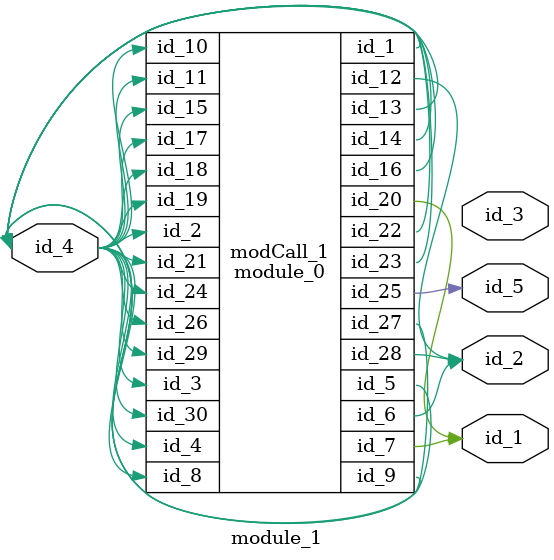
<source format=v>
module module_0 (
    id_1,
    id_2,
    id_3,
    id_4,
    id_5,
    id_6,
    id_7,
    id_8,
    id_9,
    id_10,
    id_11,
    id_12,
    id_13,
    id_14,
    id_15,
    id_16,
    id_17,
    id_18,
    id_19,
    id_20,
    id_21,
    id_22,
    id_23,
    id_24,
    id_25,
    id_26,
    id_27,
    id_28,
    id_29,
    id_30
);
  input wire id_30;
  input wire id_29;
  output wire id_28;
  inout wire id_27;
  input wire id_26;
  output wire id_25;
  input wire id_24;
  inout wire id_23;
  output wire id_22;
  input wire id_21;
  output wire id_20;
  input wire id_19;
  input wire id_18;
  input wire id_17;
  inout wire id_16;
  input wire id_15;
  inout wire id_14;
  output wire id_13;
  output wire id_12;
  input wire id_11;
  input wire id_10;
  output wire id_9;
  input wire id_8;
  output wire id_7;
  output wire id_6;
  output wire id_5;
  input wire id_4;
  input wire id_3;
  input wire id_2;
  inout wire id_1;
endmodule
module module_1 (
    id_1,
    id_2,
    id_3,
    id_4,
    id_5
);
  output wire id_5;
  module_0 modCall_1 (
      id_4,
      id_4,
      id_4,
      id_4,
      id_4,
      id_2,
      id_1,
      id_4,
      id_4,
      id_4,
      id_4,
      id_2,
      id_4,
      id_4,
      id_4,
      id_4,
      id_4,
      id_4,
      id_4,
      id_1,
      id_4,
      id_4,
      id_4,
      id_4,
      id_5,
      id_4,
      id_4,
      id_2,
      id_4,
      id_4
  );
  inout wire id_4;
  output wire id_3;
  output wire id_2;
  output wire id_1;
  wire id_6;
  wire id_7;
endmodule

</source>
